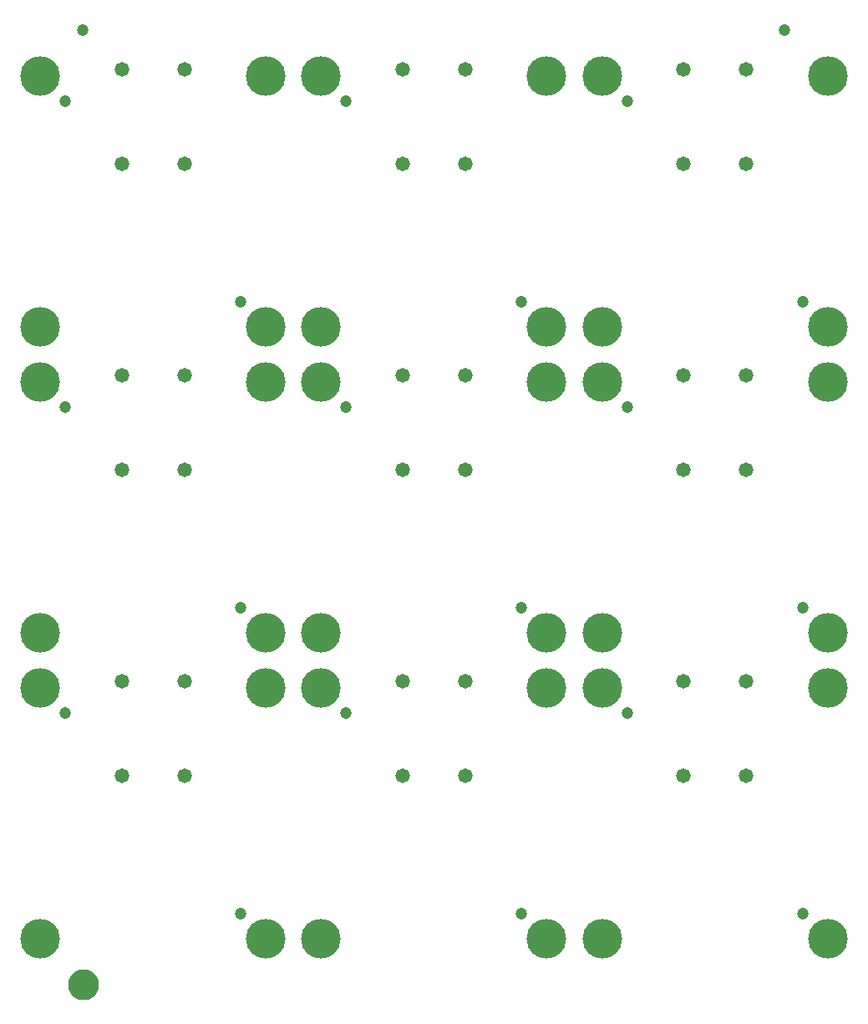
<source format=gts>
G04 EAGLE Gerber RS-274X export*
G75*
%MOMM*%
%FSLAX34Y34*%
%LPD*%
%INSoldermask Top*%
%IPPOS*%
%AMOC8*
5,1,8,0,0,1.08239X$1,22.5*%
G01*
%ADD10C,1.473200*%
%ADD11C,4.013200*%
%ADD12C,1.203200*%
%ADD13C,1.270000*%
%ADD14C,1.703200*%


D10*
X107950Y285750D03*
X171450Y285750D03*
X107950Y190500D03*
X171450Y190500D03*
X392455Y285750D03*
X455955Y285750D03*
X392455Y190500D03*
X455955Y190500D03*
X676961Y285750D03*
X740461Y285750D03*
X676961Y190500D03*
X740461Y190500D03*
X107950Y595630D03*
X171450Y595630D03*
X107950Y500380D03*
X171450Y500380D03*
X392455Y595630D03*
X455955Y595630D03*
X392455Y500380D03*
X455955Y500380D03*
X676961Y595630D03*
X740461Y595630D03*
X676961Y500380D03*
X740461Y500380D03*
X107950Y905510D03*
X171450Y905510D03*
X107950Y810260D03*
X171450Y810260D03*
X392455Y905510D03*
X455955Y905510D03*
X392455Y810260D03*
X455955Y810260D03*
X676961Y905510D03*
X740461Y905510D03*
X676961Y810260D03*
X740461Y810260D03*
D11*
X254000Y25400D03*
X25400Y25400D03*
X254000Y279400D03*
X25400Y279400D03*
D12*
X50800Y254000D03*
X228600Y50800D03*
D11*
X538505Y25400D03*
X309905Y25400D03*
X538505Y279400D03*
X309905Y279400D03*
D12*
X335305Y254000D03*
X513105Y50800D03*
D11*
X823011Y25400D03*
X594411Y25400D03*
X823011Y279400D03*
X594411Y279400D03*
D12*
X619811Y254000D03*
X797611Y50800D03*
D11*
X254000Y335280D03*
X25400Y335280D03*
X254000Y589280D03*
X25400Y589280D03*
D12*
X50800Y563880D03*
X228600Y360680D03*
D11*
X538505Y335280D03*
X309905Y335280D03*
X538505Y589280D03*
X309905Y589280D03*
D12*
X335305Y563880D03*
X513105Y360680D03*
D11*
X823011Y335280D03*
X594411Y335280D03*
X823011Y589280D03*
X594411Y589280D03*
D12*
X619811Y563880D03*
X797611Y360680D03*
D11*
X254000Y645160D03*
X25400Y645160D03*
X254000Y899160D03*
X25400Y899160D03*
D12*
X50800Y873760D03*
X228600Y670560D03*
D11*
X538505Y645160D03*
X309905Y645160D03*
X538505Y899160D03*
X309905Y899160D03*
D12*
X335305Y873760D03*
X513105Y670560D03*
D11*
X823011Y645160D03*
X594411Y645160D03*
X823011Y899160D03*
X594411Y899160D03*
D12*
X619811Y873760D03*
X797611Y670560D03*
X68580Y945515D03*
X779247Y945515D03*
D13*
X59525Y-20955D02*
X59528Y-20733D01*
X59536Y-20511D01*
X59550Y-20289D01*
X59569Y-20067D01*
X59593Y-19847D01*
X59623Y-19626D01*
X59658Y-19407D01*
X59699Y-19188D01*
X59745Y-18971D01*
X59796Y-18755D01*
X59853Y-18540D01*
X59915Y-18326D01*
X59982Y-18115D01*
X60054Y-17904D01*
X60132Y-17696D01*
X60214Y-17490D01*
X60302Y-17286D01*
X60394Y-17083D01*
X60492Y-16884D01*
X60594Y-16687D01*
X60701Y-16492D01*
X60813Y-16300D01*
X60930Y-16111D01*
X61051Y-15924D01*
X61177Y-15741D01*
X61307Y-15561D01*
X61442Y-15384D01*
X61580Y-15211D01*
X61723Y-15041D01*
X61871Y-14874D01*
X62022Y-14711D01*
X62177Y-14552D01*
X62336Y-14397D01*
X62499Y-14246D01*
X62666Y-14098D01*
X62836Y-13955D01*
X63009Y-13817D01*
X63186Y-13682D01*
X63366Y-13552D01*
X63549Y-13426D01*
X63736Y-13305D01*
X63925Y-13188D01*
X64117Y-13076D01*
X64312Y-12969D01*
X64509Y-12867D01*
X64708Y-12769D01*
X64911Y-12677D01*
X65115Y-12589D01*
X65321Y-12507D01*
X65529Y-12429D01*
X65740Y-12357D01*
X65951Y-12290D01*
X66165Y-12228D01*
X66380Y-12171D01*
X66596Y-12120D01*
X66813Y-12074D01*
X67032Y-12033D01*
X67251Y-11998D01*
X67472Y-11968D01*
X67692Y-11944D01*
X67914Y-11925D01*
X68136Y-11911D01*
X68358Y-11903D01*
X68580Y-11900D01*
X68802Y-11903D01*
X69024Y-11911D01*
X69246Y-11925D01*
X69468Y-11944D01*
X69688Y-11968D01*
X69909Y-11998D01*
X70128Y-12033D01*
X70347Y-12074D01*
X70564Y-12120D01*
X70780Y-12171D01*
X70995Y-12228D01*
X71209Y-12290D01*
X71420Y-12357D01*
X71631Y-12429D01*
X71839Y-12507D01*
X72045Y-12589D01*
X72249Y-12677D01*
X72452Y-12769D01*
X72651Y-12867D01*
X72848Y-12969D01*
X73043Y-13076D01*
X73235Y-13188D01*
X73424Y-13305D01*
X73611Y-13426D01*
X73794Y-13552D01*
X73974Y-13682D01*
X74151Y-13817D01*
X74324Y-13955D01*
X74494Y-14098D01*
X74661Y-14246D01*
X74824Y-14397D01*
X74983Y-14552D01*
X75138Y-14711D01*
X75289Y-14874D01*
X75437Y-15041D01*
X75580Y-15211D01*
X75718Y-15384D01*
X75853Y-15561D01*
X75983Y-15741D01*
X76109Y-15924D01*
X76230Y-16111D01*
X76347Y-16300D01*
X76459Y-16492D01*
X76566Y-16687D01*
X76668Y-16884D01*
X76766Y-17083D01*
X76858Y-17286D01*
X76946Y-17490D01*
X77028Y-17696D01*
X77106Y-17904D01*
X77178Y-18115D01*
X77245Y-18326D01*
X77307Y-18540D01*
X77364Y-18755D01*
X77415Y-18971D01*
X77461Y-19188D01*
X77502Y-19407D01*
X77537Y-19626D01*
X77567Y-19847D01*
X77591Y-20067D01*
X77610Y-20289D01*
X77624Y-20511D01*
X77632Y-20733D01*
X77635Y-20955D01*
X77632Y-21177D01*
X77624Y-21399D01*
X77610Y-21621D01*
X77591Y-21843D01*
X77567Y-22063D01*
X77537Y-22284D01*
X77502Y-22503D01*
X77461Y-22722D01*
X77415Y-22939D01*
X77364Y-23155D01*
X77307Y-23370D01*
X77245Y-23584D01*
X77178Y-23795D01*
X77106Y-24006D01*
X77028Y-24214D01*
X76946Y-24420D01*
X76858Y-24624D01*
X76766Y-24827D01*
X76668Y-25026D01*
X76566Y-25223D01*
X76459Y-25418D01*
X76347Y-25610D01*
X76230Y-25799D01*
X76109Y-25986D01*
X75983Y-26169D01*
X75853Y-26349D01*
X75718Y-26526D01*
X75580Y-26699D01*
X75437Y-26869D01*
X75289Y-27036D01*
X75138Y-27199D01*
X74983Y-27358D01*
X74824Y-27513D01*
X74661Y-27664D01*
X74494Y-27812D01*
X74324Y-27955D01*
X74151Y-28093D01*
X73974Y-28228D01*
X73794Y-28358D01*
X73611Y-28484D01*
X73424Y-28605D01*
X73235Y-28722D01*
X73043Y-28834D01*
X72848Y-28941D01*
X72651Y-29043D01*
X72452Y-29141D01*
X72249Y-29233D01*
X72045Y-29321D01*
X71839Y-29403D01*
X71631Y-29481D01*
X71420Y-29553D01*
X71209Y-29620D01*
X70995Y-29682D01*
X70780Y-29739D01*
X70564Y-29790D01*
X70347Y-29836D01*
X70128Y-29877D01*
X69909Y-29912D01*
X69688Y-29942D01*
X69468Y-29966D01*
X69246Y-29985D01*
X69024Y-29999D01*
X68802Y-30007D01*
X68580Y-30010D01*
X68358Y-30007D01*
X68136Y-29999D01*
X67914Y-29985D01*
X67692Y-29966D01*
X67472Y-29942D01*
X67251Y-29912D01*
X67032Y-29877D01*
X66813Y-29836D01*
X66596Y-29790D01*
X66380Y-29739D01*
X66165Y-29682D01*
X65951Y-29620D01*
X65740Y-29553D01*
X65529Y-29481D01*
X65321Y-29403D01*
X65115Y-29321D01*
X64911Y-29233D01*
X64708Y-29141D01*
X64509Y-29043D01*
X64312Y-28941D01*
X64117Y-28834D01*
X63925Y-28722D01*
X63736Y-28605D01*
X63549Y-28484D01*
X63366Y-28358D01*
X63186Y-28228D01*
X63009Y-28093D01*
X62836Y-27955D01*
X62666Y-27812D01*
X62499Y-27664D01*
X62336Y-27513D01*
X62177Y-27358D01*
X62022Y-27199D01*
X61871Y-27036D01*
X61723Y-26869D01*
X61580Y-26699D01*
X61442Y-26526D01*
X61307Y-26349D01*
X61177Y-26169D01*
X61051Y-25986D01*
X60930Y-25799D01*
X60813Y-25610D01*
X60701Y-25418D01*
X60594Y-25223D01*
X60492Y-25026D01*
X60394Y-24827D01*
X60302Y-24624D01*
X60214Y-24420D01*
X60132Y-24214D01*
X60054Y-24006D01*
X59982Y-23795D01*
X59915Y-23584D01*
X59853Y-23370D01*
X59796Y-23155D01*
X59745Y-22939D01*
X59699Y-22722D01*
X59658Y-22503D01*
X59623Y-22284D01*
X59593Y-22063D01*
X59569Y-21843D01*
X59550Y-21621D01*
X59536Y-21399D01*
X59528Y-21177D01*
X59525Y-20955D01*
D14*
X68580Y-20955D03*
M02*

</source>
